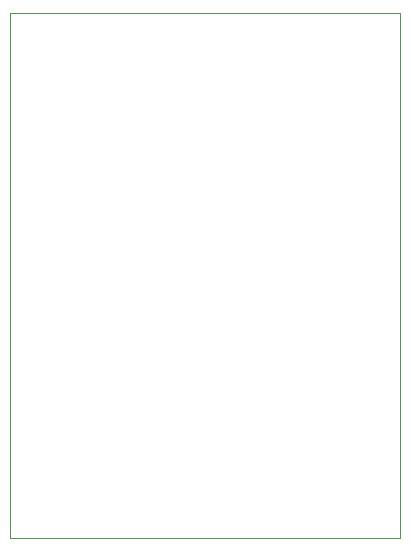
<source format=gbr>
%TF.GenerationSoftware,KiCad,Pcbnew,7.0.1*%
%TF.CreationDate,2023-04-24T00:51:31-07:00*%
%TF.ProjectId,TN9K_VGA,544e394b-5f56-4474-912e-6b696361645f,rev?*%
%TF.SameCoordinates,Original*%
%TF.FileFunction,Profile,NP*%
%FSLAX46Y46*%
G04 Gerber Fmt 4.6, Leading zero omitted, Abs format (unit mm)*
G04 Created by KiCad (PCBNEW 7.0.1) date 2023-04-24 00:51:31*
%MOMM*%
%LPD*%
G01*
G04 APERTURE LIST*
%TA.AperFunction,Profile*%
%ADD10C,0.100000*%
%TD*%
G04 APERTURE END LIST*
D10*
X152400000Y-88900000D02*
X152400000Y-44450000D01*
X152400000Y-44450000D02*
X185420000Y-44450000D01*
X185420000Y-88900000D02*
X152400000Y-88900000D01*
X185420000Y-44450000D02*
X185420000Y-88900000D01*
M02*

</source>
